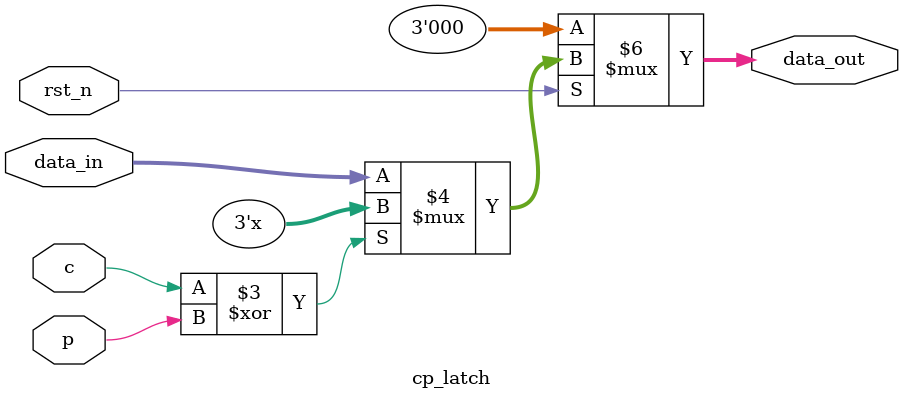
<source format=v>
`timescale 1ns / 1ps

module cp_latch(
    c,
    p,
    data_in,
    rst_n,
    data_out
    );
    parameter data_width=3;
    input c;
    input p;
    input [data_width-1:0]data_in;
    input rst_n;
    output reg [data_width-1:0] data_out;
    
    always@(*)
    begin
        if(!rst_n)
            data_out <= 3'b000;
        else
            data_out = (c^p)?data_out:data_in;
    end
endmodule

</source>
